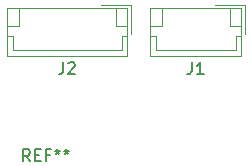
<source format=gbr>
%TF.GenerationSoftware,KiCad,Pcbnew,7.0.7-7.0.7~ubuntu22.04.1*%
%TF.CreationDate,2024-11-14T09:30:22+02:00*%
%TF.ProjectId,EncoderInterface,456e636f-6465-4724-996e-746572666163,rev?*%
%TF.SameCoordinates,PX7e46bbcPY55e586c*%
%TF.FileFunction,Legend,Top*%
%TF.FilePolarity,Positive*%
%FSLAX46Y46*%
G04 Gerber Fmt 4.6, Leading zero omitted, Abs format (unit mm)*
G04 Created by KiCad (PCBNEW 7.0.7-7.0.7~ubuntu22.04.1) date 2024-11-14 09:30:22*
%MOMM*%
%LPD*%
G01*
G04 APERTURE LIST*
%ADD10C,0.150000*%
%ADD11C,0.120000*%
G04 APERTURE END LIST*
D10*
X5294666Y15271181D02*
X5294666Y14556896D01*
X5294666Y14556896D02*
X5247047Y14414039D01*
X5247047Y14414039D02*
X5151809Y14318800D01*
X5151809Y14318800D02*
X5008952Y14271181D01*
X5008952Y14271181D02*
X4913714Y14271181D01*
X5723238Y15175943D02*
X5770857Y15223562D01*
X5770857Y15223562D02*
X5866095Y15271181D01*
X5866095Y15271181D02*
X6104190Y15271181D01*
X6104190Y15271181D02*
X6199428Y15223562D01*
X6199428Y15223562D02*
X6247047Y15175943D01*
X6247047Y15175943D02*
X6294666Y15080705D01*
X6294666Y15080705D02*
X6294666Y14985467D01*
X6294666Y14985467D02*
X6247047Y14842610D01*
X6247047Y14842610D02*
X5675619Y14271181D01*
X5675619Y14271181D02*
X6294666Y14271181D01*
X16196666Y15271181D02*
X16196666Y14556896D01*
X16196666Y14556896D02*
X16149047Y14414039D01*
X16149047Y14414039D02*
X16053809Y14318800D01*
X16053809Y14318800D02*
X15910952Y14271181D01*
X15910952Y14271181D02*
X15815714Y14271181D01*
X17196666Y14271181D02*
X16625238Y14271181D01*
X16910952Y14271181D02*
X16910952Y15271181D01*
X16910952Y15271181D02*
X16815714Y15128324D01*
X16815714Y15128324D02*
X16720476Y15033086D01*
X16720476Y15033086D02*
X16625238Y14985467D01*
X2476666Y6901181D02*
X2143333Y7377372D01*
X1905238Y6901181D02*
X1905238Y7901181D01*
X1905238Y7901181D02*
X2286190Y7901181D01*
X2286190Y7901181D02*
X2381428Y7853562D01*
X2381428Y7853562D02*
X2429047Y7805943D01*
X2429047Y7805943D02*
X2476666Y7710705D01*
X2476666Y7710705D02*
X2476666Y7567848D01*
X2476666Y7567848D02*
X2429047Y7472610D01*
X2429047Y7472610D02*
X2381428Y7424991D01*
X2381428Y7424991D02*
X2286190Y7377372D01*
X2286190Y7377372D02*
X1905238Y7377372D01*
X2905238Y7424991D02*
X3238571Y7424991D01*
X3381428Y6901181D02*
X2905238Y6901181D01*
X2905238Y6901181D02*
X2905238Y7901181D01*
X2905238Y7901181D02*
X3381428Y7901181D01*
X4143333Y7424991D02*
X3810000Y7424991D01*
X3810000Y6901181D02*
X3810000Y7901181D01*
X3810000Y7901181D02*
X4286190Y7901181D01*
X4810000Y7901181D02*
X4810000Y7663086D01*
X4571905Y7758324D02*
X4810000Y7663086D01*
X4810000Y7663086D02*
X5048095Y7758324D01*
X4667143Y7472610D02*
X4810000Y7663086D01*
X4810000Y7663086D02*
X4952857Y7472610D01*
X5571905Y7901181D02*
X5571905Y7663086D01*
X5333810Y7758324D02*
X5571905Y7663086D01*
X5571905Y7663086D02*
X5810000Y7758324D01*
X5429048Y7472610D02*
X5571905Y7663086D01*
X5571905Y7663086D02*
X5714762Y7472610D01*
D11*
%TO.C,J2*%
X11038000Y17636000D02*
X11038000Y20136000D01*
X11038000Y20136000D02*
X8538000Y20136000D01*
X10738000Y15816000D02*
X10738000Y19836000D01*
X10738000Y17526000D02*
X10238000Y17526000D01*
X10738000Y18336000D02*
X9738000Y18336000D01*
X10738000Y19836000D02*
X518000Y19836000D01*
X10238000Y16316000D02*
X1018000Y16316000D01*
X10238000Y17526000D02*
X10238000Y16316000D01*
X9738000Y18336000D02*
X9738000Y19836000D01*
X1518000Y18336000D02*
X1518000Y19836000D01*
X1018000Y16316000D02*
X1018000Y17526000D01*
X1018000Y17526000D02*
X518000Y17526000D01*
X518000Y15816000D02*
X10738000Y15816000D01*
X518000Y18336000D02*
X1518000Y18336000D01*
X518000Y19836000D02*
X518000Y15816000D01*
%TO.C,J1*%
X20690000Y17636000D02*
X20690000Y20136000D01*
X20690000Y20136000D02*
X18190000Y20136000D01*
X20390000Y15816000D02*
X20390000Y19836000D01*
X20390000Y17526000D02*
X19890000Y17526000D01*
X20390000Y18336000D02*
X19390000Y18336000D01*
X20390000Y19836000D02*
X12670000Y19836000D01*
X19890000Y16316000D02*
X13170000Y16316000D01*
X19890000Y17526000D02*
X19890000Y16316000D01*
X19390000Y18336000D02*
X19390000Y19836000D01*
X13670000Y18336000D02*
X13670000Y19836000D01*
X13170000Y16316000D02*
X13170000Y17526000D01*
X13170000Y17526000D02*
X12670000Y17526000D01*
X12670000Y15816000D02*
X20390000Y15816000D01*
X12670000Y18336000D02*
X13670000Y18336000D01*
X12670000Y19836000D02*
X12670000Y15816000D01*
%TD*%
M02*

</source>
